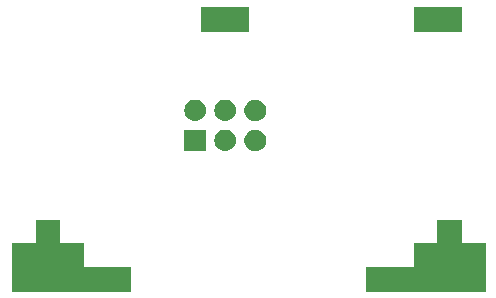
<source format=gbr>
G04 #@! TF.GenerationSoftware,KiCad,Pcbnew,5.1.2-f72e74a~84~ubuntu16.04.1*
G04 #@! TF.CreationDate,2019-07-01T21:57:51-07:00*
G04 #@! TF.ProjectId,Kirby_SAO,4b697262-795f-4534-914f-2e6b69636164,rev?*
G04 #@! TF.SameCoordinates,Original*
G04 #@! TF.FileFunction,Soldermask,Top*
G04 #@! TF.FilePolarity,Negative*
%FSLAX46Y46*%
G04 Gerber Fmt 4.6, Leading zero omitted, Abs format (unit mm)*
G04 Created by KiCad (PCBNEW 5.1.2-f72e74a~84~ubuntu16.04.1) date 2019-07-01 21:57:51*
%MOMM*%
%LPD*%
G04 APERTURE LIST*
%ADD10C,0.010000*%
%ADD11C,0.100000*%
G04 APERTURE END LIST*
D10*
G36*
X119028833Y-98010334D02*
G01*
X115007166Y-98010334D01*
X115007166Y-95999500D01*
X119028833Y-95999500D01*
X119028833Y-98010334D01*
X119028833Y-98010334D01*
G37*
X119028833Y-98010334D02*
X115007166Y-98010334D01*
X115007166Y-95999500D01*
X119028833Y-95999500D01*
X119028833Y-98010334D01*
G36*
X101016000Y-98010334D02*
G01*
X96994333Y-98010334D01*
X96994333Y-95999500D01*
X101016000Y-95999500D01*
X101016000Y-98010334D01*
X101016000Y-98010334D01*
G37*
X101016000Y-98010334D02*
X96994333Y-98010334D01*
X96994333Y-95999500D01*
X101016000Y-95999500D01*
X101016000Y-98010334D01*
G36*
X118007541Y-113996253D02*
G01*
X119018250Y-114001750D01*
X119023748Y-115001875D01*
X119029247Y-116002000D01*
X121018500Y-116002000D01*
X121018500Y-120023667D01*
X111006666Y-120023667D01*
X111006666Y-117991667D01*
X115007166Y-117991667D01*
X115007166Y-116002000D01*
X116996833Y-116002000D01*
X116996833Y-113990756D01*
X118007541Y-113996253D01*
X118007541Y-113996253D01*
G37*
X118007541Y-113996253D02*
X119018250Y-114001750D01*
X119023748Y-115001875D01*
X119029247Y-116002000D01*
X121018500Y-116002000D01*
X121018500Y-120023667D01*
X111006666Y-120023667D01*
X111006666Y-117991667D01*
X115007166Y-117991667D01*
X115007166Y-116002000D01*
X116996833Y-116002000D01*
X116996833Y-113990756D01*
X118007541Y-113996253D01*
G36*
X85014000Y-116002000D02*
G01*
X87024833Y-116002000D01*
X87024833Y-117991667D01*
X91025333Y-117991667D01*
X91025333Y-120023667D01*
X80992333Y-120023667D01*
X80992333Y-116002000D01*
X83003166Y-116002000D01*
X83003166Y-113991167D01*
X85014000Y-113991167D01*
X85014000Y-116002000D01*
X85014000Y-116002000D01*
G37*
X85014000Y-116002000D02*
X87024833Y-116002000D01*
X87024833Y-117991667D01*
X91025333Y-117991667D01*
X91025333Y-120023667D01*
X80992333Y-120023667D01*
X80992333Y-116002000D01*
X83003166Y-116002000D01*
X83003166Y-113991167D01*
X85014000Y-113991167D01*
X85014000Y-116002000D01*
D11*
G36*
X101866778Y-106410547D02*
G01*
X102033224Y-106479491D01*
X102183022Y-106579583D01*
X102310417Y-106706978D01*
X102410509Y-106856776D01*
X102479453Y-107023222D01*
X102514600Y-107199918D01*
X102514600Y-107380082D01*
X102479453Y-107556778D01*
X102410509Y-107723224D01*
X102310417Y-107873022D01*
X102183022Y-108000417D01*
X102033224Y-108100509D01*
X101866778Y-108169453D01*
X101690082Y-108204600D01*
X101509918Y-108204600D01*
X101333222Y-108169453D01*
X101166776Y-108100509D01*
X101016978Y-108000417D01*
X100889583Y-107873022D01*
X100789491Y-107723224D01*
X100720547Y-107556778D01*
X100685400Y-107380082D01*
X100685400Y-107199918D01*
X100720547Y-107023222D01*
X100789491Y-106856776D01*
X100889583Y-106706978D01*
X101016978Y-106579583D01*
X101166776Y-106479491D01*
X101333222Y-106410547D01*
X101509918Y-106375400D01*
X101690082Y-106375400D01*
X101866778Y-106410547D01*
X101866778Y-106410547D01*
G37*
G36*
X99239294Y-106388633D02*
G01*
X99411695Y-106440931D01*
X99570583Y-106525858D01*
X99709849Y-106640151D01*
X99824142Y-106779417D01*
X99909069Y-106938305D01*
X99961367Y-107110706D01*
X99979025Y-107290000D01*
X99961367Y-107469294D01*
X99909069Y-107641695D01*
X99824142Y-107800583D01*
X99709849Y-107939849D01*
X99570583Y-108054142D01*
X99411695Y-108139069D01*
X99239294Y-108191367D01*
X99104931Y-108204600D01*
X99015069Y-108204600D01*
X98880706Y-108191367D01*
X98708305Y-108139069D01*
X98549417Y-108054142D01*
X98410151Y-107939849D01*
X98295858Y-107800583D01*
X98210931Y-107641695D01*
X98158633Y-107469294D01*
X98140975Y-107290000D01*
X98158633Y-107110706D01*
X98210931Y-106938305D01*
X98295858Y-106779417D01*
X98410151Y-106640151D01*
X98549417Y-106525858D01*
X98708305Y-106440931D01*
X98880706Y-106388633D01*
X99015069Y-106375400D01*
X99104931Y-106375400D01*
X99239294Y-106388633D01*
X99239294Y-106388633D01*
G37*
G36*
X97434600Y-108204600D02*
G01*
X95605400Y-108204600D01*
X95605400Y-106375400D01*
X97434600Y-106375400D01*
X97434600Y-108204600D01*
X97434600Y-108204600D01*
G37*
G36*
X101866778Y-103870547D02*
G01*
X102033224Y-103939491D01*
X102183022Y-104039583D01*
X102310417Y-104166978D01*
X102410509Y-104316776D01*
X102479453Y-104483222D01*
X102514600Y-104659918D01*
X102514600Y-104840082D01*
X102479453Y-105016778D01*
X102410509Y-105183224D01*
X102310417Y-105333022D01*
X102183022Y-105460417D01*
X102033224Y-105560509D01*
X101866778Y-105629453D01*
X101690082Y-105664600D01*
X101509918Y-105664600D01*
X101333222Y-105629453D01*
X101166776Y-105560509D01*
X101016978Y-105460417D01*
X100889583Y-105333022D01*
X100789491Y-105183224D01*
X100720547Y-105016778D01*
X100685400Y-104840082D01*
X100685400Y-104659918D01*
X100720547Y-104483222D01*
X100789491Y-104316776D01*
X100889583Y-104166978D01*
X101016978Y-104039583D01*
X101166776Y-103939491D01*
X101333222Y-103870547D01*
X101509918Y-103835400D01*
X101690082Y-103835400D01*
X101866778Y-103870547D01*
X101866778Y-103870547D01*
G37*
G36*
X99239294Y-103848633D02*
G01*
X99411695Y-103900931D01*
X99570583Y-103985858D01*
X99709849Y-104100151D01*
X99824142Y-104239417D01*
X99909069Y-104398305D01*
X99961367Y-104570706D01*
X99979025Y-104750000D01*
X99961367Y-104929294D01*
X99909069Y-105101695D01*
X99824142Y-105260583D01*
X99709849Y-105399849D01*
X99570583Y-105514142D01*
X99411695Y-105599069D01*
X99239294Y-105651367D01*
X99104931Y-105664600D01*
X99015069Y-105664600D01*
X98880706Y-105651367D01*
X98708305Y-105599069D01*
X98549417Y-105514142D01*
X98410151Y-105399849D01*
X98295858Y-105260583D01*
X98210931Y-105101695D01*
X98158633Y-104929294D01*
X98140975Y-104750000D01*
X98158633Y-104570706D01*
X98210931Y-104398305D01*
X98295858Y-104239417D01*
X98410151Y-104100151D01*
X98549417Y-103985858D01*
X98708305Y-103900931D01*
X98880706Y-103848633D01*
X99015069Y-103835400D01*
X99104931Y-103835400D01*
X99239294Y-103848633D01*
X99239294Y-103848633D01*
G37*
G36*
X96699294Y-103848633D02*
G01*
X96871695Y-103900931D01*
X97030583Y-103985858D01*
X97169849Y-104100151D01*
X97284142Y-104239417D01*
X97369069Y-104398305D01*
X97421367Y-104570706D01*
X97439025Y-104750000D01*
X97421367Y-104929294D01*
X97369069Y-105101695D01*
X97284142Y-105260583D01*
X97169849Y-105399849D01*
X97030583Y-105514142D01*
X96871695Y-105599069D01*
X96699294Y-105651367D01*
X96564931Y-105664600D01*
X96475069Y-105664600D01*
X96340706Y-105651367D01*
X96168305Y-105599069D01*
X96009417Y-105514142D01*
X95870151Y-105399849D01*
X95755858Y-105260583D01*
X95670931Y-105101695D01*
X95618633Y-104929294D01*
X95600975Y-104750000D01*
X95618633Y-104570706D01*
X95670931Y-104398305D01*
X95755858Y-104239417D01*
X95870151Y-104100151D01*
X96009417Y-103985858D01*
X96168305Y-103900931D01*
X96340706Y-103848633D01*
X96475069Y-103835400D01*
X96564931Y-103835400D01*
X96699294Y-103848633D01*
X96699294Y-103848633D01*
G37*
M02*

</source>
